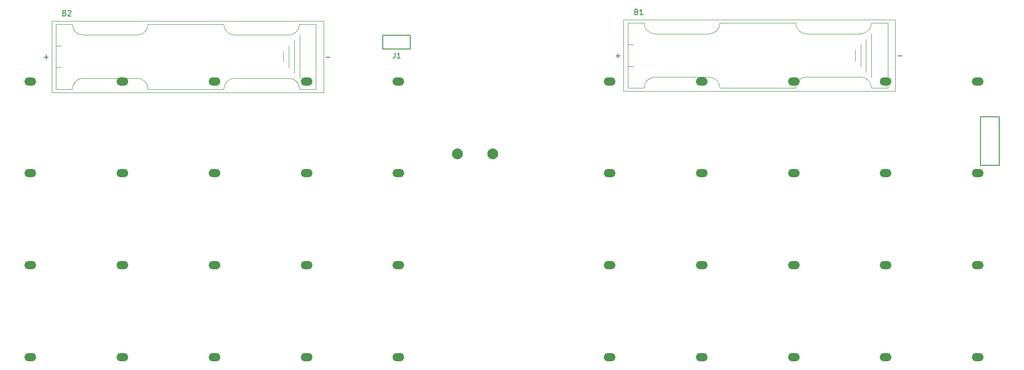
<source format=gbr>
%TF.GenerationSoftware,KiCad,Pcbnew,8.0.7*%
%TF.CreationDate,2025-05-30T21:54:57+09:00*%
%TF.ProjectId,cool640zmk,636f6f6c-3634-4307-9a6d-6b2e6b696361,rev?*%
%TF.SameCoordinates,Original*%
%TF.FileFunction,Legend,Top*%
%TF.FilePolarity,Positive*%
%FSLAX46Y46*%
G04 Gerber Fmt 4.6, Leading zero omitted, Abs format (unit mm)*
G04 Created by KiCad (PCBNEW 8.0.7) date 2025-05-30 21:54:57*
%MOMM*%
%LPD*%
G01*
G04 APERTURE LIST*
%ADD10C,0.150000*%
%ADD11C,0.127000*%
%ADD12C,0.120000*%
%ADD13O,2.200000X1.500000*%
%ADD14C,2.000000*%
G04 APERTURE END LIST*
D10*
X72886666Y10285180D02*
X72886666Y9570895D01*
X72886666Y9570895D02*
X72839047Y9428038D01*
X72839047Y9428038D02*
X72743809Y9332800D01*
X72743809Y9332800D02*
X72600952Y9285180D01*
X72600952Y9285180D02*
X72505714Y9285180D01*
X73886666Y9285180D02*
X73315238Y9285180D01*
X73600952Y9285180D02*
X73600952Y10285180D01*
X73600952Y10285180D02*
X73505714Y10142323D01*
X73505714Y10142323D02*
X73410476Y10047085D01*
X73410476Y10047085D02*
X73315238Y9999466D01*
X117515238Y17848990D02*
X117658095Y17801371D01*
X117658095Y17801371D02*
X117705714Y17753752D01*
X117705714Y17753752D02*
X117753333Y17658514D01*
X117753333Y17658514D02*
X117753333Y17515657D01*
X117753333Y17515657D02*
X117705714Y17420419D01*
X117705714Y17420419D02*
X117658095Y17372800D01*
X117658095Y17372800D02*
X117562857Y17325180D01*
X117562857Y17325180D02*
X117181905Y17325180D01*
X117181905Y17325180D02*
X117181905Y18325180D01*
X117181905Y18325180D02*
X117515238Y18325180D01*
X117515238Y18325180D02*
X117610476Y18277561D01*
X117610476Y18277561D02*
X117658095Y18229942D01*
X117658095Y18229942D02*
X117705714Y18134704D01*
X117705714Y18134704D02*
X117705714Y18039466D01*
X117705714Y18039466D02*
X117658095Y17944228D01*
X117658095Y17944228D02*
X117610476Y17896609D01*
X117610476Y17896609D02*
X117515238Y17848990D01*
X117515238Y17848990D02*
X117181905Y17848990D01*
X118705714Y17325180D02*
X118134286Y17325180D01*
X118420000Y17325180D02*
X118420000Y18325180D01*
X118420000Y18325180D02*
X118324762Y18182323D01*
X118324762Y18182323D02*
X118229524Y18087085D01*
X118229524Y18087085D02*
X118134286Y18039466D01*
X113729048Y9706133D02*
X114490953Y9706133D01*
X114110000Y9325180D02*
X114110000Y10087085D01*
X165799048Y9706133D02*
X166560953Y9706133D01*
X11875238Y17628990D02*
X12018095Y17581371D01*
X12018095Y17581371D02*
X12065714Y17533752D01*
X12065714Y17533752D02*
X12113333Y17438514D01*
X12113333Y17438514D02*
X12113333Y17295657D01*
X12113333Y17295657D02*
X12065714Y17200419D01*
X12065714Y17200419D02*
X12018095Y17152800D01*
X12018095Y17152800D02*
X11922857Y17105180D01*
X11922857Y17105180D02*
X11541905Y17105180D01*
X11541905Y17105180D02*
X11541905Y18105180D01*
X11541905Y18105180D02*
X11875238Y18105180D01*
X11875238Y18105180D02*
X11970476Y18057561D01*
X11970476Y18057561D02*
X12018095Y18009942D01*
X12018095Y18009942D02*
X12065714Y17914704D01*
X12065714Y17914704D02*
X12065714Y17819466D01*
X12065714Y17819466D02*
X12018095Y17724228D01*
X12018095Y17724228D02*
X11970476Y17676609D01*
X11970476Y17676609D02*
X11875238Y17628990D01*
X11875238Y17628990D02*
X11541905Y17628990D01*
X12494286Y18009942D02*
X12541905Y18057561D01*
X12541905Y18057561D02*
X12637143Y18105180D01*
X12637143Y18105180D02*
X12875238Y18105180D01*
X12875238Y18105180D02*
X12970476Y18057561D01*
X12970476Y18057561D02*
X13018095Y18009942D01*
X13018095Y18009942D02*
X13065714Y17914704D01*
X13065714Y17914704D02*
X13065714Y17819466D01*
X13065714Y17819466D02*
X13018095Y17676609D01*
X13018095Y17676609D02*
X12446667Y17105180D01*
X12446667Y17105180D02*
X13065714Y17105180D01*
X8089048Y9486133D02*
X8850953Y9486133D01*
X8470000Y9105180D02*
X8470000Y9867085D01*
X60159048Y9486133D02*
X60920953Y9486133D01*
D11*
%TO.C,J1*%
X70680000Y13510000D02*
X75760000Y13510000D01*
X70680000Y10970000D02*
X70680000Y13510000D01*
X75760000Y13510000D02*
X75760000Y10970000D01*
X75760000Y10970000D02*
X70680000Y10970000D01*
D12*
%TO.C,B1*%
X115120000Y16380000D02*
X115120000Y3180000D01*
X115120000Y3180000D02*
X165320000Y3180000D01*
X115920000Y15780000D02*
X115920000Y3780000D01*
X115920000Y15780000D02*
X118920000Y15780000D01*
X115920000Y11780000D02*
X116920000Y11780000D01*
X115920000Y3780000D02*
X118920000Y3780000D01*
X116920000Y7780000D02*
X115920000Y7780000D01*
X120920000Y13780000D02*
X130920000Y13780000D01*
X120920000Y5780000D02*
X130920000Y5780000D01*
X132920000Y3780000D02*
X146920000Y3780000D01*
X146920000Y15780000D02*
X132920000Y15780000D01*
X157920000Y10780000D02*
X157920000Y8780000D01*
X158920000Y13780000D02*
X148920000Y13780000D01*
X158920000Y11780000D02*
X158920000Y7780000D01*
X158920000Y5780000D02*
X148920000Y5780000D01*
X159920000Y6780000D02*
X159920000Y12780000D01*
X160920000Y13780000D02*
X160920000Y5780000D01*
X163920000Y15780000D02*
X160920000Y15780000D01*
X163920000Y15780000D02*
X163920000Y3780000D01*
X163920000Y3780000D02*
X160920000Y3780000D01*
X165320000Y16380000D02*
X115120000Y16380000D01*
X165320000Y3180000D02*
X165320000Y16380000D01*
X118920000Y3780000D02*
G75*
G02*
X120920000Y5780000I2000000J0D01*
G01*
X120920000Y13780000D02*
G75*
G02*
X118920000Y15780000I0J2000000D01*
G01*
X130920000Y5780000D02*
G75*
G02*
X132920000Y3780000I0J-2000000D01*
G01*
X132920000Y15780000D02*
G75*
G02*
X130920000Y13780000I-2000000J0D01*
G01*
X146920000Y3780000D02*
G75*
G02*
X148920000Y5780000I2000000J0D01*
G01*
X148920000Y13780000D02*
G75*
G02*
X146920000Y15780000I0J2000000D01*
G01*
X158920000Y5780000D02*
G75*
G02*
X160920000Y3780000I0J-2000000D01*
G01*
X160920000Y15780000D02*
G75*
G02*
X158920000Y13780000I-2000000J0D01*
G01*
%TO.C,B2*%
X9480000Y16160000D02*
X9480000Y2960000D01*
X9480000Y2960000D02*
X59680000Y2960000D01*
X10280000Y15560000D02*
X10280000Y3560000D01*
X10280000Y15560000D02*
X13280000Y15560000D01*
X10280000Y11560000D02*
X11280000Y11560000D01*
X10280000Y3560000D02*
X13280000Y3560000D01*
X11280000Y7560000D02*
X10280000Y7560000D01*
X15280000Y13560000D02*
X25280000Y13560000D01*
X15280000Y5560000D02*
X25280000Y5560000D01*
X27280000Y3560000D02*
X41280000Y3560000D01*
X41280000Y15560000D02*
X27280000Y15560000D01*
X52280000Y10560000D02*
X52280000Y8560000D01*
X53280000Y13560000D02*
X43280000Y13560000D01*
X53280000Y11560000D02*
X53280000Y7560000D01*
X53280000Y5560000D02*
X43280000Y5560000D01*
X54280000Y6560000D02*
X54280000Y12560000D01*
X55280000Y13560000D02*
X55280000Y5560000D01*
X58280000Y15560000D02*
X55280000Y15560000D01*
X58280000Y15560000D02*
X58280000Y3560000D01*
X58280000Y3560000D02*
X55280000Y3560000D01*
X59680000Y16160000D02*
X9480000Y16160000D01*
X59680000Y2960000D02*
X59680000Y16160000D01*
X13280000Y3560000D02*
G75*
G02*
X15280000Y5560000I2000000J0D01*
G01*
X15280000Y13560000D02*
G75*
G02*
X13280000Y15560000I0J2000000D01*
G01*
X25280000Y5560000D02*
G75*
G02*
X27280000Y3560000I0J-2000000D01*
G01*
X27280000Y15560000D02*
G75*
G02*
X25280000Y13560000I-2000000J0D01*
G01*
X41280000Y3560000D02*
G75*
G02*
X43280000Y5560000I2000000J0D01*
G01*
X43280000Y13560000D02*
G75*
G02*
X41280000Y15560000I0J2000000D01*
G01*
X53280000Y5560000D02*
G75*
G02*
X55280000Y3560000I0J-2000000D01*
G01*
X55280000Y15560000D02*
G75*
G02*
X53280000Y13560000I-2000000J0D01*
G01*
D10*
%TO.C,SW45*%
X181010000Y-1540000D02*
X184510000Y-1540000D01*
X181010000Y-10540000D02*
X181010000Y-1540000D01*
X184510000Y-1540000D02*
X184510000Y-10540000D01*
X184510000Y-10540000D02*
X181010000Y-10540000D01*
%TD*%
D13*
%TO.C,SW40*%
X163550000Y-46000000D03*
%TD*%
%TO.C,SW28*%
X180550000Y-46000000D03*
%TD*%
%TO.C,SW12*%
X56550000Y-46000000D03*
%TD*%
%TO.C,SW14*%
X73550000Y-46000000D03*
%TD*%
%TO.C,SW2*%
X5550000Y-12000000D03*
%TD*%
%TO.C,SW4*%
X5550000Y-46000000D03*
%TD*%
%TO.C,SW10*%
X56550000Y-12000000D03*
%TD*%
%TO.C,SW11*%
X56550000Y-29000000D03*
%TD*%
%TO.C,SW5*%
X22550000Y5000000D03*
%TD*%
%TO.C,SW38*%
X146550000Y-12000000D03*
%TD*%
%TO.C,SW31*%
X39550000Y-29000000D03*
%TD*%
%TO.C,SW30*%
X22550000Y-46000000D03*
%TD*%
%TO.C,SW16*%
X112550000Y-12000000D03*
%TD*%
%TO.C,SW35*%
X112550000Y-29000000D03*
%TD*%
%TO.C,SW20*%
X129550000Y-46000000D03*
%TD*%
%TO.C,SW33*%
X73550000Y5000000D03*
%TD*%
%TO.C,SW8*%
X39550000Y-12000000D03*
%TD*%
%TO.C,SW6*%
X22550000Y-12000000D03*
%TD*%
%TO.C,SW18*%
X129550000Y-12000000D03*
%TD*%
%TO.C,SW7*%
X39550000Y5000000D03*
%TD*%
%TO.C,SW36*%
X112550000Y-46000000D03*
%TD*%
%TO.C,SW17*%
X129550000Y5000000D03*
%TD*%
%TO.C,SW19*%
X129550000Y-29000000D03*
%TD*%
%TO.C,SW29*%
X22550000Y-29000000D03*
%TD*%
%TO.C,SW25*%
X180550000Y5000000D03*
%TD*%
%TO.C,SW24*%
X163550000Y-12000000D03*
%TD*%
%TO.C,SW1*%
X5550000Y5000000D03*
%TD*%
%TO.C,SW26*%
X180550000Y-12000000D03*
%TD*%
%TO.C,SW23*%
X163550000Y5000000D03*
%TD*%
%TO.C,SW3*%
X5550000Y-29000000D03*
%TD*%
%TO.C,SW39*%
X163550000Y-29000000D03*
%TD*%
D14*
%TO.C,SW46*%
X84430000Y-8380000D03*
X90930000Y-8380000D03*
%TD*%
D13*
%TO.C,SW13*%
X73550000Y-29000000D03*
%TD*%
%TO.C,SW27*%
X180550000Y-29000000D03*
%TD*%
%TO.C,SW34*%
X73550000Y-12000000D03*
%TD*%
%TO.C,SW32*%
X39550000Y-46000000D03*
%TD*%
%TO.C,SW22*%
X146550000Y-46000000D03*
%TD*%
%TO.C,SW15*%
X112550000Y5000000D03*
%TD*%
%TO.C,SW37*%
X146550000Y5000000D03*
%TD*%
%TO.C,SW21*%
X146550000Y-29000000D03*
%TD*%
%TO.C,SW9*%
X56550000Y5000000D03*
%TD*%
M02*

</source>
